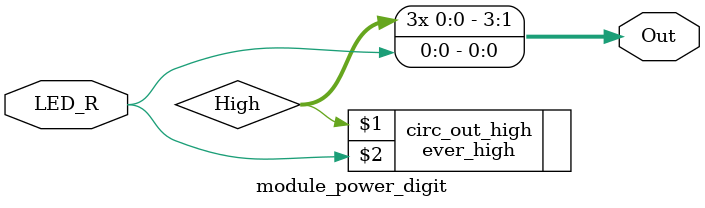
<source format=v>
/* 
	Modulo que ascende os digitos do display 
*/ 
module module_power_digit(Out, LED_R);
	input LED_R;// LED vermelho
	output [3:0] Out;//0-Digito 4; 1-Digito 3; 2-Digito 2; 3-Digito 1
	wire High;//Sempre nivel alto
	
	ever_high	circ_out_high(High, LED_R);
	
	buf BufferD0(Out[0], LED_R);
	buf BufferD1(Out[1], High);// Para o display sempre desligado
	buf BufferD2(Out[2], High);// Para o display sempre desligado
	buf BufferD3(Out[3], High);// Para o display sempre desligado
	
endmodule

</source>
